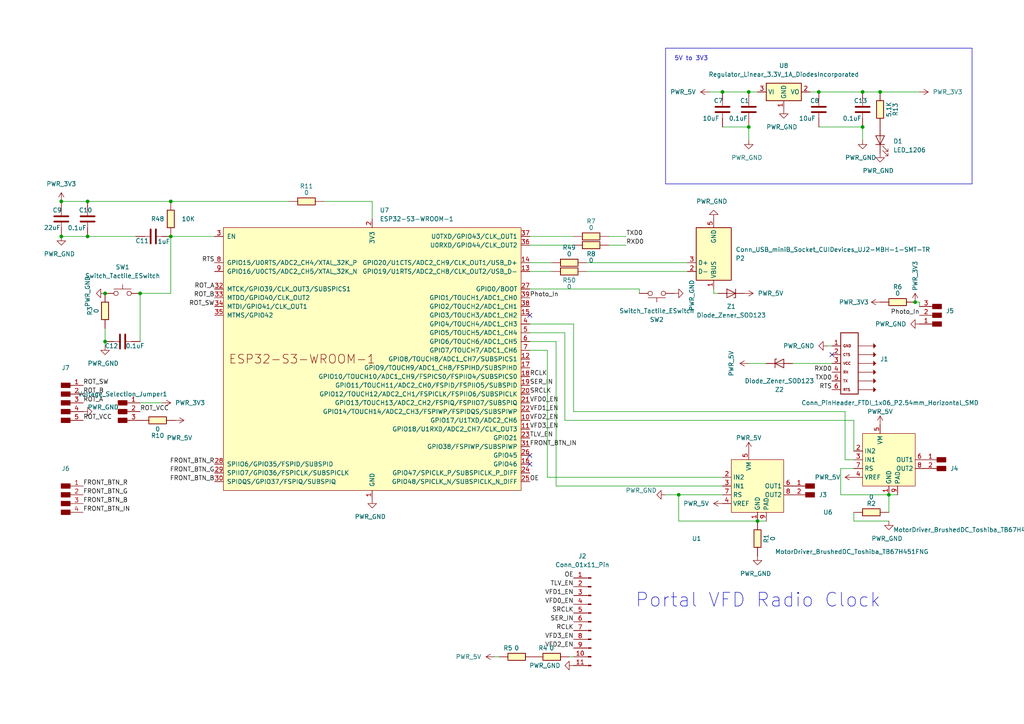
<source format=kicad_sch>
(kicad_sch (version 20230121) (generator eeschema)
  (paper "A4")
  (lib_symbols
    (symbol "Connector:Conn_01x11_Pin" (pin_names (offset 1.016) hide)
      (property "Reference" "J" (at 0 15.24 0))
      (property "Value" "Conn_01x11_Pin" (at 0 -15.24 0))
      (symbol "Conn_01x11_Pin_1_1"
        (polyline (pts (xy 1.27 -12.7) (xy 0.8636 -12.7)) (stroke (width 0.1524)))
        (polyline (pts (xy 1.27 -10.16) (xy 0.8636 -10.16)) (stroke (width 0.1524)))
        (polyline (pts (xy 1.27 -7.62) (xy 0.8636 -7.62)) (stroke (width 0.1524)))
        (polyline (pts (xy 1.27 -5.08) (xy 0.8636 -5.08)) (stroke (width 0.1524)))
        (polyline (pts (xy 1.27 -2.54) (xy 0.8636 -2.54)) (stroke (width 0.1524)))
        (polyline (pts (xy 1.27 0) (xy 0.8636 0)) (stroke (width 0.1524)))
        (polyline (pts (xy 1.27 2.54) (xy 0.8636 2.54)) (stroke (width 0.1524)))
        (polyline (pts (xy 1.27 5.08) (xy 0.8636 5.08)) (stroke (width 0.1524)))
        (polyline (pts (xy 1.27 7.62) (xy 0.8636 7.62)) (stroke (width 0.1524)))
        (polyline (pts (xy 1.27 10.16) (xy 0.8636 10.16)) (stroke (width 0.1524)))
        (polyline (pts (xy 1.27 12.7) (xy 0.8636 12.7)) (stroke (width 0.1524)))
        (rectangle (start 0.8636 -12.573) (end 0 -12.827) (stroke (width 0.1524)) (fill (type outline)))
        (rectangle (start 0.8636 -10.033) (end 0 -10.287) (stroke (width 0.1524)) (fill (type outline)))
        (rectangle (start 0.8636 -7.493) (end 0 -7.747) (stroke (width 0.1524)) (fill (type outline)))
        (rectangle (start 0.8636 -4.953) (end 0 -5.207) (stroke (width 0.1524)) (fill (type outline)))
        (rectangle (start 0.8636 -2.413) (end 0 -2.667) (stroke (width 0.1524)) (fill (type outline)))
        (rectangle (start 0.8636 0.127) (end 0 -0.127) (stroke (width 0.1524)) (fill (type outline)))
        (rectangle (start 0.8636 2.667) (end 0 2.413) (stroke (width 0.1524)) (fill (type outline)))
        (rectangle (start 0.8636 5.207) (end 0 4.953) (stroke (width 0.1524)) (fill (type outline)))
        (rectangle (start 0.8636 7.747) (end 0 7.493) (stroke (width 0.1524)) (fill (type outline)))
        (rectangle (start 0.8636 10.287) (end 0 10.033) (stroke (width 0.1524)) (fill (type outline)))
        (rectangle (start 0.8636 12.827) (end 0 12.573) (stroke (width 0.1524)) (fill (type outline)))
        (pin passive line (at 5.08 12.7 180) (length 3.81) (name "Pin_1") (number "1"))
        (pin passive line (at 5.08 -10.16 180) (length 3.81) (name "Pin_10") (number "10"))
        (pin passive line (at 5.08 -12.7 180) (length 3.81) (name "Pin_11") (number "11"))
        (pin passive line (at 5.08 10.16 180) (length 3.81) (name "Pin_2") (number "2"))
        (pin passive line (at 5.08 7.62 180) (length 3.81) (name "Pin_3") (number "3"))
        (pin passive line (at 5.08 5.08 180) (length 3.81) (name "Pin_4") (number "4"))
        (pin passive line (at 5.08 2.54 180) (length 3.81) (name "Pin_5") (number "5"))
        (pin passive line (at 5.08 0 180) (length 3.81) (name "Pin_6") (number "6"))
        (pin passive line (at 5.08 -2.54 180) (length 3.81) (name "Pin_7") (number "7"))
        (pin passive line (at 5.08 -5.08 180) (length 3.81) (name "Pin_8") (number "8"))
        (pin passive line (at 5.08 -7.62 180) (length 3.81) (name "Pin_9") (number "9"))
      )
    )
    (symbol "Espressif:ESP32-S3-WROOM-1" (pin_names (offset 1.016))
      (property "Reference" "U" (at -43.18 43.18 0))
      (property "Value" "ESP32-S3-WROOM-1" (at -43.18 40.64 0))
      (symbol "ESP32-S3-WROOM-1_0_0"
        (text "ESP32-S3-WROOM-1" (at -20.32 0 0) (effects (font (size 2.54 2.54))))
        (pin power_in line (at 0 -40.64 90) (length 2.54) (name "GND") (number "1"))
        (pin bidirectional line (at 45.72 -17.78 180) (length 2.54) (name "GPIO17/U1TXD/ADC2_CH6") (number "10"))
        (pin bidirectional line (at 45.72 -20.32 180) (length 2.54) (name "GPIO18/U1RXD/ADC2_CH7/CLK_OUT3") (number "11"))
        (pin bidirectional line (at 45.72 0 180) (length 2.54) (name "GPIO8/TOUCH8/ADC1_CH7/SUBSPICS1") (number "12"))
        (pin bidirectional line (at 45.72 25.4 180) (length 2.54) (name "GPIO19/U1RTS/ADC2_CH8/CLK_OUT2/USB_D-") (number "13"))
        (pin bidirectional line (at 45.72 27.94 180) (length 2.54) (name "GPIO20/U1CTS/ADC2_CH9/CLK_OUT1/USB_D+") (number "14"))
        (pin bidirectional line (at 45.72 12.7 180) (length 2.54) (name "GPIO3/TOUCH3/ADC1_CH2") (number "15"))
        (pin bidirectional line (at 45.72 -30.48 180) (length 2.54) (name "GPIO46") (number "16"))
        (pin bidirectional line (at 45.72 -2.54 180) (length 2.54) (name "GPIO9/TOUCH9/ADC1_CH8/FSPIHD/SUBSPIHD") (number "17"))
        (pin bidirectional line (at 45.72 -5.08 180) (length 2.54) (name "GPIO10/TOUCH10/ADC1_CH9/FSPICS0/FSPIIO4/SUBSPICS0") (number "18"))
        (pin bidirectional line (at 45.72 -7.62 180) (length 2.54) (name "GPIO11/TOUCH11/ADC2_CH0/FSPID/FSPIIO5/SUBSPID") (number "19"))
        (pin power_in line (at 0 40.64 270) (length 2.54) (name "3V3") (number "2"))
        (pin bidirectional line (at 45.72 -10.16 180) (length 2.54) (name "GPIO12/TOUCH12/ADC2_CH1/FSPICLK/FSPIIO6/SUBSPICLK") (number "20"))
        (pin bidirectional line (at 45.72 -12.7 180) (length 2.54) (name "GPIO13/TOUCH13/ADC2_CH2/FSPIQ/FSPIIO7/SUBSPIQ") (number "21"))
        (pin bidirectional line (at 45.72 -15.24 180) (length 2.54) (name "GPIO14/TOUCH14/ADC2_CH3/FSPIWP/FSPIDQS/SUBSPIWP") (number "22"))
        (pin bidirectional line (at 45.72 -22.86 180) (length 2.54) (name "GPIO21") (number "23"))
        (pin bidirectional line (at 45.72 -33.02 180) (length 2.54) (name "GPIO47/SPICLK_P/SUBSPICLK_P_DIFF") (number "24"))
        (pin bidirectional line (at 45.72 -35.56 180) (length 2.54) (name "GPIO48/SPICLK_N/SUBSPICLK_N_DIFF") (number "25"))
        (pin bidirectional line (at 45.72 -27.94 180) (length 2.54) (name "GPIO45") (number "26"))
        (pin bidirectional line (at 45.72 20.32 180) (length 2.54) (name "GPIO0/BOOT") (number "27"))
        (pin bidirectional line (at -45.72 -30.48 0) (length 2.54) (name "SPIIO6/GPIO35/FSPID/SUBSPID") (number "28"))
        (pin bidirectional line (at -45.72 -33.02 0) (length 2.54) (name "SPIIO7/GPIO36/FSPICLK/SUBSPICLK") (number "29"))
        (pin input line (at -45.72 35.56 0) (length 2.54) (name "EN") (number "3"))
        (pin bidirectional line (at -45.72 -35.56 0) (length 2.54) (name "SPIDQS/GPIO37/FSPIQ/SUBSPIQ") (number "30"))
        (pin bidirectional line (at 45.72 -25.4 180) (length 2.54) (name "GPIO38/FSPIWP/SUBSPIWP") (number "31"))
        (pin bidirectional line (at -45.72 20.32 0) (length 2.54) (name "MTCK/GPIO39/CLK_OUT3/SUBSPICS1") (number "32"))
        (pin bidirectional line (at -45.72 17.78 0) (length 2.54) (name "MTDO/GPIO40/CLK_OUT2") (number "33"))
        (pin bidirectional line (at -45.72 15.24 0) (length 2.54) (name "MTDI/GPIO41/CLK_OUT1") (number "34"))
        (pin bidirectional line (at -45.72 12.7 0) (length 2.54) (name "MTMS/GPIO42") (number "35"))
        (pin bidirectional line (at 45.72 33.02 180) (length 2.54) (name "U0RXD/GPIO44/CLK_OUT2") (number "36"))
        (pin bidirectional line (at 45.72 35.56 180) (length 2.54) (name "U0TXD/GPIO43/CLK_OUT1") (number "37"))
        (pin bidirectional line (at 45.72 15.24 180) (length 2.54) (name "GPIO2/TOUCH2/ADC1_CH1") (number "38"))
        (pin bidirectional line (at 45.72 17.78 180) (length 2.54) (name "GPIO1/TOUCH1/ADC1_CH0") (number "39"))
        (pin bidirectional line (at 45.72 10.16 180) (length 2.54) (name "GPIO4/TOUCH4/ADC1_CH3") (number "4"))
        (pin passive line (at 0 -40.64 90) (length 2.54) hide (name "GND") (number "40"))
        (pin passive line (at 0 -40.64 90) (length 2.54) hide (name "GND") (number "41"))
        (pin bidirectional line (at 45.72 7.62 180) (length 2.54) (name "GPIO5/TOUCH5/ADC1_CH4") (number "5"))
        (pin bidirectional line (at 45.72 5.08 180) (length 2.54) (name "GPIO6/TOUCH6/ADC1_CH5") (number "6"))
        (pin bidirectional line (at 45.72 2.54 180) (length 2.54) (name "GPIO7/TOUCH7/ADC1_CH6") (number "7"))
        (pin bidirectional line (at -45.72 27.94 0) (length 2.54) (name "GPIO15/U0RTS/ADC2_CH4/XTAL_32K_P") (number "8"))
        (pin bidirectional line (at -45.72 25.4 0) (length 2.54) (name "GPIO16/U0CTS/ADC2_CH5/XTAL_32K_N") (number "9"))
      )
      (symbol "ESP32-S3-WROOM-1_0_1"
        (rectangle (start -43.18 38.1) (end 43.18 -38.1) (fill (type background)))
      )
    )
    (symbol "Fab:C_1206" (pin_numbers hide)
      (property "Reference" "C" (at 0.635 2.54 0))
      (property "Value" "C_1206" (at 0.635 -2.54 0))
      (symbol "C_1206_0_1"
        (polyline (pts (xy -2.032 -0.762) (xy 2.032 -0.762)) (stroke (width 0.508)))
        (polyline (pts (xy -2.032 0.762) (xy 2.032 0.762)) (stroke (width 0.508)))
        (polyline (pts (xy 0 -0.635) (xy 0 -2.54)))
        (polyline (pts (xy 0 0.635) (xy 0 2.54)))
      )
      (symbol "C_1206_1_1"
        (pin passive line (at 0 5.08 270) (length 2.54) (name "~") (number "1"))
        (pin passive line (at 0 -5.08 90) (length 2.54) (name "~") (number "2"))
      )
    )
    (symbol "Fab:Conn_PinHeader_1x02_P2.54mm_Vertical_THT_D1mm" (pin_names hide)
      (property "Reference" "J" (at 0 2.54 0))
      (property "Value" "Conn_PinHeader_1x02_P2.54mm_Vertical_THT_D1mm" (at 0 -5.08 0))
      (symbol "Conn_PinHeader_1x02_P2.54mm_Vertical_THT_D1mm_1_1"
        (rectangle (start -1.27 -1.905) (end 1.27 -3.175) (stroke (width 0.254)) (fill (type outline)))
        (rectangle (start -1.27 0.635) (end 1.27 -0.635) (stroke (width 0.254)) (fill (type outline)))
        (pin passive line (at 5.08 0 180) (length 3.81) (name "Pin_1") (number "1"))
        (pin passive line (at 5.08 -2.54 180) (length 3.81) (name "Pin_2") (number "2"))
      )
    )
    (symbol "Fab:Conn_PinHeader_1x03_P2.54mm_Vertical_THT_D1mm" (pin_names hide)
      (property "Reference" "J" (at 0 5.08 0))
      (property "Value" "Conn_PinHeader_1x03_P2.54mm_Vertical_THT_D1mm" (at 0 -5.08 0))
      (symbol "Conn_PinHeader_1x03_P2.54mm_Vertical_THT_D1mm_1_1"
        (rectangle (start -1.27 -1.905) (end 1.27 -3.175) (stroke (width 0.254)) (fill (type outline)))
        (rectangle (start -1.27 0.635) (end 1.27 -0.635) (stroke (width 0.254)) (fill (type outline)))
        (rectangle (start -1.27 3.175) (end 1.27 1.905) (stroke (width 0.254)) (fill (type outline)))
        (pin passive line (at 5.08 2.54 180) (length 3.81) (name "Pin_1") (number "1"))
        (pin passive line (at 5.08 0 180) (length 3.81) (name "Pin_2") (number "2"))
        (pin passive line (at 5.08 -2.54 180) (length 3.81) (name "Pin_3") (number "3"))
      )
    )
    (symbol "Fab:Conn_PinHeader_FTDI_1x06_P2.54mm_Horizontal_SMD"
      (property "Reference" "J" (at 0 10.16 0))
      (property "Value" "Conn_PinHeader_FTDI_1x06_P2.54mm_Horizontal_SMD" (at 0 -10.16 0))
      (symbol "Conn_PinHeader_FTDI_1x06_P2.54mm_Horizontal_SMD_0_0"
        (polyline (pts (xy 2.54 -7.62) (xy 7.62 -7.62)))
        (polyline (pts (xy 2.54 -5.08) (xy 7.62 -5.08)))
        (polyline (pts (xy 2.54 -2.54) (xy 7.62 -2.54)))
        (polyline (pts (xy 2.54 0) (xy 7.62 0)))
        (polyline (pts (xy 2.54 2.54) (xy 7.62 2.54)))
        (polyline (pts (xy 2.54 5.08) (xy 7.62 5.08)))
        (polyline (pts (xy 6.985 -6.985) (xy 7.62 -7.62) (xy 6.985 -8.255) (xy 6.985 -6.985)) (fill (type outline)))
        (polyline (pts (xy 6.985 -4.445) (xy 7.62 -5.08) (xy 6.985 -5.715) (xy 6.985 -4.445)) (fill (type outline)))
        (polyline (pts (xy 6.985 -1.905) (xy 7.62 -2.54) (xy 6.985 -3.175) (xy 6.985 -1.905)) (fill (type outline)))
        (polyline (pts (xy 6.985 0.635) (xy 7.62 0) (xy 6.985 -0.635) (xy 6.985 0.635)) (fill (type outline)))
        (polyline (pts (xy 6.985 3.175) (xy 7.62 2.54) (xy 6.985 1.905) (xy 6.985 3.175)) (fill (type outline)))
        (polyline (pts (xy 6.985 5.715) (xy 7.62 5.08) (xy 6.985 4.445) (xy 6.985 5.715)) (fill (type outline)))
        (text "CTS" (at -1.905 2.54 0) (effects (font (size 0.75 0.75)) (justify left)))
        (text "GND" (at -1.905 5.08 0) (effects (font (size 0.75 0.75)) (justify left)))
        (text "RTS" (at -1.905 -7.62 0) (effects (font (size 0.75 0.75)) (justify left)))
        (text "RX" (at -1.905 -2.54 0) (effects (font (size 0.75 0.75)) (justify left)))
        (text "TX" (at -1.905 -5.08 0) (effects (font (size 0.75 0.75)) (justify left)))
        (text "VCC" (at -1.905 0 0) (effects (font (size 0.75 0.75)) (justify left)))
      )
      (symbol "Conn_PinHeader_FTDI_1x06_P2.54mm_Horizontal_SMD_1_0"
        (rectangle (start -2.54 8.89) (end 2.54 -8.89) (stroke (width 0.254)))
      )
      (symbol "Conn_PinHeader_FTDI_1x06_P2.54mm_Horizontal_SMD_1_1"
        (pin passive line (at -5.08 5.08 0) (length 2.54) (name "") (number "1"))
        (pin passive line (at -5.08 2.54 0) (length 2.54) (name "") (number "2"))
        (pin passive line (at -5.08 0 0) (length 2.54) (name "") (number "3"))
        (pin passive line (at -5.08 -2.54 0) (length 2.54) (name "") (number "4"))
        (pin passive line (at -5.08 -5.08 0) (length 2.54) (name "") (number "5"))
        (pin passive line (at -5.08 -7.62 0) (length 2.54) (name "") (number "6"))
      )
    )
    (symbol "Fab:Conn_USB_miniB_Socket_CUIDevices_UJ2-MBH-1-SMT-TR"
      (property "Reference" "P" (at -5.08 8.89 0))
      (property "Value" "Conn_USB_miniB_Socket_CUIDevices_UJ2-MBH-1-SMT-TR" (at 1.27 8.89 0))
      (symbol "Conn_USB_miniB_Socket_CUIDevices_UJ2-MBH-1-SMT-TR_0_1"
        (rectangle (start -5.08 7.62) (end 5.08 -7.62) (stroke (width 0.254)) (fill (type background)))
      )
      (symbol "Conn_USB_miniB_Socket_CUIDevices_UJ2-MBH-1-SMT-TR_1_1"
        (pin power_in line (at 0 10.16 270) (length 2.54) (name "VBUS") (number "1"))
        (pin bidirectional line (at -7.62 5.08 0) (length 2.54) (name "D-") (number "2"))
        (pin bidirectional line (at -7.62 2.54 0) (length 2.54) (name "D+") (number "3"))
        (pin no_connect line (at -7.62 -5.08 0) (length 2.54) hide (name "NC") (number "4"))
        (pin power_in line (at 0 -10.16 90) (length 2.54) (name "GND") (number "5"))
      )
    )
    (symbol "Fab:Diode_Zener_SOD123" (pin_numbers hide) (pin_names hide)
      (property "Reference" "Z" (at 0 2.54 0))
      (property "Value" "Diode_Zener_SOD123" (at 0 -2.54 0))
      (symbol "Diode_Zener_SOD123_0_1"
        (polyline (pts (xy 1.27 0) (xy -1.27 0)))
        (polyline (pts (xy -1.27 -1.27) (xy -1.27 1.27) (xy -0.762 1.27)) (stroke (width 0.2032)))
        (polyline (pts (xy 1.27 -1.27) (xy 1.27 1.27) (xy -1.27 0) (xy 1.27 -1.27)) (stroke (width 0.2032)))
      )
      (symbol "Diode_Zener_SOD123_1_1"
        (pin passive line (at -3.81 0 0) (length 2.54) (name "K") (number "1"))
        (pin passive line (at 3.81 0 180) (length 2.54) (name "A") (number "2"))
      )
    )
    (symbol "Fab:LED_1206" (pin_numbers hide) (pin_names (offset 1.016) hide)
      (property "Reference" "D" (at 0 2.54 0))
      (property "Value" "LED_1206" (at 0 -2.54 0))
      (symbol "LED_1206_0_1"
        (polyline (pts (xy -1.27 -1.27) (xy -1.27 1.27)) (stroke (width 0.2032)))
        (polyline (pts (xy -1.27 0) (xy 1.27 0)))
        (polyline (pts (xy 1.27 -1.27) (xy 1.27 1.27) (xy -1.27 0) (xy 1.27 -1.27)) (stroke (width 0.2032)))
        (polyline (pts (xy -3.048 -0.762) (xy -4.572 -2.286) (xy -3.81 -2.286) (xy -4.572 -2.286) (xy -4.572 -1.524)))
        (polyline (pts (xy -1.778 -0.762) (xy -3.302 -2.286) (xy -2.54 -2.286) (xy -3.302 -2.286) (xy -3.302 -1.524)))
      )
      (symbol "LED_1206_1_1"
        (pin passive line (at -3.81 0 0) (length 2.54) (name "K") (number "1"))
        (pin passive line (at 3.81 0 180) (length 2.54) (name "A") (number "2"))
      )
    )
    (symbol "Fab:MotorDriver_BrushedDC_Toshiba_TB67H451FNG"
      (property "Reference" "U" (at -7.62 8.89 0))
      (property "Value" "MotorDriver_BrushedDC_Toshiba_TB67H451FNG" (at 1.27 8.89 0))
      (symbol "MotorDriver_BrushedDC_Toshiba_TB67H451FNG_1_1"
        (rectangle (start -7.62 7.62) (end 7.62 -7.62) (fill (type background)))
        (pin power_in line (at 0 -10.16 90) (length 2.54) (name "GND") (number "1"))
        (pin input line (at -10.16 2.54 0) (length 2.54) (name "IN2") (number "2"))
        (pin input line (at -10.16 0 0) (length 2.54) (name "IN1") (number "3"))
        (pin input line (at -10.16 -5.08 0) (length 2.54) (name "VREF") (number "4"))
        (pin power_in line (at -2.54 10.16 270) (length 2.54) (name "VM") (number "5"))
        (pin output line (at 10.16 0 180) (length 2.54) (name "OUT1") (number "6"))
        (pin input line (at -10.16 -2.54 0) (length 2.54) (name "RS") (number "7"))
        (pin output line (at 10.16 -2.54 180) (length 2.54) (name "OUT2") (number "8"))
        (pin power_in line (at 2.54 -10.16 90) (length 2.54) (name "PAD") (number "9"))
      )
    )
    (symbol "Fab:PWR_3V3" (power) (pin_names (offset 0))
      (property "Value" "PWR_3V3" (at 0 3.556 0))
      (symbol "PWR_3V3_0_1"
        (polyline (pts (xy -0.762 1.27) (xy 0 2.54)))
        (polyline (pts (xy 0 0) (xy 0 2.54)))
        (polyline (pts (xy 0 2.54) (xy 0.762 1.27)))
      )
      (symbol "PWR_3V3_1_1"
        (pin power_in line (at 0 0 90) (length 0) hide (name "PWR_3V3") (number "1"))
      )
    )
    (symbol "Fab:PWR_5V" (power) (pin_names (offset 0))
      (property "Value" "PWR_5V" (at 0 3.556 0))
      (symbol "PWR_5V_0_1"
        (polyline (pts (xy -0.762 1.27) (xy 0 2.54)))
        (polyline (pts (xy 0 0) (xy 0 2.54)))
        (polyline (pts (xy 0 2.54) (xy 0.762 1.27)))
      )
      (symbol "PWR_5V_1_1"
        (pin power_in line (at 0 0 90) (length 0) hide (name "PWR_5V") (number "1"))
      )
    )
    (symbol "Fab:PWR_GND" (power) (pin_names (offset 0))
      (property "Value" "PWR_GND" (at 0 -3.81 0))
      (symbol "PWR_GND_0_1"
        (polyline (pts (xy 0 0) (xy 0 -1.27) (xy 1.27 -1.27) (xy 0 -2.54) (xy -1.27 -1.27) (xy 0 -1.27)))
      )
      (symbol "PWR_GND_1_1"
        (pin power_in line (at 0 0 270) (length 0) hide (name "PWR_GND") (number "1"))
      )
    )
    (symbol "Fab:R_1206" (pin_numbers hide) (pin_names (offset 0))
      (property "Reference" "R" (at 2.54 0 90))
      (property "Value" "R_1206" (at -2.54 0 90))
      (symbol "R_1206_0_1"
        (rectangle (start -1.016 -2.54) (end 1.016 2.54) (stroke (width 0.254)) (fill (type background)))
      )
      (symbol "R_1206_1_1"
        (pin passive line (at 0 5.08 270) (length 2.54) (name "~") (number "1"))
        (pin passive line (at 0 -5.08 90) (length 2.54) (name "~") (number "2"))
      )
    )
    (symbol "Fab:Regulator_Linear_3.3V_1A_DiodesIncorporated"
      (property "Reference" "U" (at -5.08 6.35 0))
      (property "Value" "Regulator_Linear_3.3V_1A_DiodesIncorporated" (at -5.08 3.81 0))
      (symbol "Regulator_Linear_3.3V_1A_DiodesIncorporated_0_1"
        (rectangle (start -5.08 2.54) (end 5.08 -2.54) (stroke (width 0.254)) (fill (type background)))
      )
      (symbol "Regulator_Linear_3.3V_1A_DiodesIncorporated_1_1"
        (pin power_in line (at 0 -5.08 90) (length 2.54) (name "GND") (number "1"))
        (pin power_out line (at 7.62 0 180) (length 2.54) (name "VO") (number "2"))
        (pin power_in line (at -7.62 0 0) (length 2.54) (name "VI") (number "3"))
      )
    )
    (symbol "Fab:Switch_Tactile_ESwitch" (pin_numbers hide) (pin_names hide)
      (property "Reference" "SW" (at 1.905 3.175 0))
      (property "Value" "Switch_Tactile_ESwitch" (at 0 0 0))
      (symbol "Switch_Tactile_ESwitch_0_1"
        (circle (center -1.905 0) (radius 0.635))
        (polyline (pts (xy -2.54 1.27) (xy 2.54 1.27)))
        (polyline (pts (xy 0 1.27) (xy 0 2.54)))
        (circle (center 1.905 0) (radius 0.635))
      )
      (symbol "Switch_Tactile_ESwitch_1_1"
        (pin input line (at -5.08 0 0) (length 2.54) (name "") (number "1"))
        (pin input line (at -5.08 0 0) (length 2.54) hide (name "") (number "2"))
        (pin input line (at 5.08 0 180) (length 2.54) (name "") (number "3"))
        (pin input line (at 5.08 0 180) (length 2.54) hide (name "") (number "4"))
      )
    )
    (symbol "fab:Conn_PinHeader_1x04_P2.54mm_Vertical_THT_D1mm" (pin_names hide)
      (property "Reference" "J" (at 0 5.08 0))
      (property "Value" "Conn_PinHeader_1x04_P2.54mm_Vertical_THT_D1mm" (at 0 -7.62 0))
      (symbol "Conn_PinHeader_1x04_P2.54mm_Vertical_THT_D1mm_1_1"
        (rectangle (start -1.27 -4.445) (end 1.27 -5.715) (stroke (width 0.254)) (fill (type outline)))
        (rectangle (start -1.27 -1.905) (end 1.27 -3.175) (stroke (width 0.254)) (fill (type outline)))
        (rectangle (start -1.27 0.635) (end 1.27 -0.635) (stroke (width 0.254)) (fill (type outline)))
        (rectangle (start -1.27 3.175) (end 1.27 1.905) (stroke (width 0.254)) (fill (type outline)))
        (pin passive line (at 5.08 2.54 180) (length 3.81) (name "Pin_1") (number "1"))
        (pin passive line (at 5.08 0 180) (length 3.81) (name "Pin_2") (number "2"))
        (pin passive line (at 5.08 -2.54 180) (length 3.81) (name "Pin_3") (number "3"))
        (pin passive line (at 5.08 -5.08 180) (length 3.81) (name "Pin_4") (number "4"))
      )
    )
    (symbol "fab:Conn_PinHeader_1x05_P2.54mm_Vertical_THT_D1mm" (pin_names hide)
      (property "Reference" "J" (at 0 7.62 0))
      (property "Value" "Conn_PinHeader_1x05_P2.54mm_Vertical_THT_D1mm" (at 0 -7.62 0))
      (symbol "Conn_PinHeader_1x05_P2.54mm_Vertical_THT_D1mm_1_1"
        (rectangle (start -1.27 -4.445) (end 1.27 -5.715) (stroke (width 0.254)) (fill (type outline)))
        (rectangle (start -1.27 -1.905) (end 1.27 -3.175) (stroke (width 0.254)) (fill (type outline)))
        (rectangle (start -1.27 0.635) (end 1.27 -0.635) (stroke (width 0.254)) (fill (type outline)))
        (rectangle (start -1.27 3.175) (end 1.27 1.905) (stroke (width 0.254)) (fill (type outline)))
        (rectangle (start -1.27 5.715) (end 1.27 4.445) (stroke (width 0.254)) (fill (type outline)))
        (pin passive line (at 5.08 5.08 180) (length 3.81) (name "Pin_1") (number "1"))
        (pin passive line (at 5.08 2.54 180) (length 3.81) (name "Pin_2") (number "2"))
        (pin passive line (at 5.08 0 180) (length 3.81) (name "Pin_3") (number "3"))
        (pin passive line (at 5.08 -2.54 180) (length 3.81) (name "Pin_4") (number "4"))
        (pin passive line (at 5.08 -5.08 180) (length 3.81) (name "Pin_5") (number "5"))
      )
    )
  )
  (junction (at 196.85 143.51))
  (junction (at 25.4 58.42))
  (junction (at 40.64 85.09))
  (junction (at 30.48 85.09))
  (junction (at 49.53 58.42))
  (junction (at 17.78 58.42))
  (junction (at 250.19 26.67))
  (junction (at 265.43 87.63))
  (junction (at 49.53 68.58))
  (junction (at 217.17 36.83))
  (junction (at 255.27 26.67))
  (junction (at 250.19 36.83))
  (junction (at 30.48 99.06))
  (junction (at 219.71 151.13))
  (junction (at 217.17 26.67))
  (junction (at 17.78 68.58))
  (junction (at 257.81 143.51))
  (junction (at 25.4 68.58))
  (junction (at 237.49 26.67))
  (junction (at 209.55 26.67))
  (no_connect (at 153.67 132.08))
  (no_connect (at 153.67 134.62))
  (no_connect (at 153.67 91.44))
  (no_connect (at 241.3 102.87))
  (wire (pts (xy 170.18 78.74) (xy 199.39 78.74)))
  (wire (pts (xy 219.71 151.13) (xy 222.25 151.13)))
  (wire (pts (xy 153.67 83.82) (xy 185.42 83.82)))
  (wire (pts (xy 163.83 96.52) (xy 163.83 121.92)))
  (wire (pts (xy 250.19 40.64) (xy 250.19 36.83)))
  (wire (pts (xy 25.4 68.58) (xy 39.37 68.58)))
  (wire (pts (xy 30.48 95.25) (xy 30.48 99.06)))
  (wire (pts (xy 166.37 68.58) (xy 153.67 68.58)))
  (wire (pts (xy 257.81 148.59) (xy 257.81 143.51)))
  (wire (pts (xy 107.95 58.42) (xy 107.95 63.5)))
  (wire (pts (xy 265.43 87.63) (xy 266.7 87.63)))
  (wire (pts (xy 229.87 105.41) (xy 241.3 105.41)))
  (wire (pts (xy 49.53 85.09) (xy 49.53 68.58)))
  (wire (pts (xy 25.4 58.42) (xy 49.53 58.42)))
  (wire (pts (xy 217.17 26.67) (xy 219.71 26.67)))
  (wire (pts (xy 205.74 26.67) (xy 209.55 26.67)))
  (wire (pts (xy 247.65 135.89) (xy 243.84 135.89)))
  (wire (pts (xy 245.11 119.38) (xy 245.11 133.35)))
  (wire (pts (xy 161.29 140.97) (xy 209.55 140.97)))
  (wire (pts (xy 207.01 85.09) (xy 208.28 85.09)))
  (wire (pts (xy 240.03 100.33) (xy 241.3 100.33)))
  (wire (pts (xy 209.55 36.83) (xy 217.17 36.83)))
  (wire (pts (xy 153.67 101.6) (xy 158.75 101.6)))
  (wire (pts (xy 93.98 58.42) (xy 107.95 58.42)))
  (wire (pts (xy 181.61 71.12) (xy 176.53 71.12)))
  (wire (pts (xy 166.37 119.38) (xy 245.11 119.38)))
  (wire (pts (xy 158.75 101.6) (xy 158.75 138.43)))
  (wire (pts (xy 181.61 68.58) (xy 176.53 68.58)))
  (wire (pts (xy 217.17 105.41) (xy 222.25 105.41)))
  (wire (pts (xy 193.04 143.51) (xy 196.85 143.51)))
  (wire (pts (xy 247.65 148.59) (xy 247.65 151.13)))
  (wire (pts (xy 243.84 135.89) (xy 243.84 143.51)))
  (wire (pts (xy 165.1 190.5) (xy 166.37 190.5)))
  (wire (pts (xy 40.64 85.09) (xy 49.53 85.09)))
  (wire (pts (xy 166.37 71.12) (xy 153.67 71.12)))
  (wire (pts (xy 170.18 76.2) (xy 199.39 76.2)))
  (wire (pts (xy 17.78 58.42) (xy 25.4 58.42)))
  (wire (pts (xy 166.37 93.98) (xy 153.67 93.98)))
  (wire (pts (xy 196.85 151.13) (xy 219.71 151.13)))
  (wire (pts (xy 143.51 190.5) (xy 144.78 190.5)))
  (wire (pts (xy 247.65 121.92) (xy 247.65 130.81)))
  (wire (pts (xy 166.37 93.98) (xy 166.37 119.38)))
  (wire (pts (xy 161.29 99.06) (xy 161.29 140.97)))
  (wire (pts (xy 153.67 99.06) (xy 161.29 99.06)))
  (wire (pts (xy 209.55 26.67) (xy 217.17 26.67)))
  (wire (pts (xy 245.11 133.35) (xy 247.65 133.35)))
  (wire (pts (xy 257.81 143.51) (xy 260.35 143.51)))
  (wire (pts (xy 153.67 78.74) (xy 160.02 78.74)))
  (wire (pts (xy 250.19 26.67) (xy 255.27 26.67)))
  (wire (pts (xy 185.42 83.82) (xy 185.42 85.09)))
  (wire (pts (xy 207.01 83.82) (xy 207.01 85.09)))
  (wire (pts (xy 266.7 87.63) (xy 266.7 88.9)))
  (wire (pts (xy 46.99 116.84) (xy 40.64 116.84)))
  (wire (pts (xy 40.64 85.09) (xy 40.64 99.06)))
  (wire (pts (xy 217.17 40.64) (xy 217.17 36.83)))
  (wire (pts (xy 196.85 143.51) (xy 209.55 143.51)))
  (wire (pts (xy 196.85 143.51) (xy 196.85 151.13)))
  (wire (pts (xy 153.67 76.2) (xy 160.02 76.2)))
  (wire (pts (xy 17.78 68.58) (xy 25.4 68.58)))
  (wire (pts (xy 237.49 26.67) (xy 234.95 26.67)))
  (wire (pts (xy 163.83 96.52) (xy 153.67 96.52)))
  (wire (pts (xy 209.55 138.43) (xy 158.75 138.43)))
  (wire (pts (xy 49.53 58.42) (xy 83.82 58.42)))
  (wire (pts (xy 255.27 26.67) (xy 266.7 26.67)))
  (wire (pts (xy 49.53 68.58) (xy 62.23 68.58)))
  (wire (pts (xy 237.49 26.67) (xy 250.19 26.67)))
  (wire (pts (xy 163.83 121.92) (xy 247.65 121.92)))
  (wire (pts (xy 243.84 143.51) (xy 257.81 143.51)))
  (wire (pts (xy 237.49 36.83) (xy 250.19 36.83)))
  (wire (pts (xy 247.65 151.13) (xy 257.81 151.13)))
  (wire (pts (xy 30.48 100.33) (xy 30.48 99.06)))
  (rectangle (start 193.04 13.97) (end 281.94 53.34))
  (text "5V to 3V3\n" (at 195.58 17.78 0) (effects (font (size 1.27 1.27)) (justify left bottom)))
  (text "Portal VFD Radio Clock" (at 184.15 176.53 0) (effects (font (size 4 4)) (justify left bottom)))
  (label "FRONT_BTN_B" (at 24.13 146.05 0))
  (label "TXD0" (at 241.3 110.49 180))
  (label "RXD0" (at 181.61 71.12 0))
  (label "ROT_B" (at 24.13 114.3 0))
  (label "VFD1_EN" (at 166.37 172.72 180))
  (label "VFD0_EN" (at 166.37 175.26 180))
  (label "ROT_VCC" (at 40.64 119.38 0))
  (label "TXD0" (at 181.61 68.58 0))
  (label "FRONT_BTN_R" (at 62.23 134.62 180))
  (label "RXD0" (at 241.3 107.95 180))
  (label "VFD0_EN" (at 153.67 116.84 0))
  (label "SRCLK" (at 166.37 177.8 180))
  (label "ROT_SW" (at 24.13 111.76 0))
  (label "ROT_SW" (at 62.23 88.9 180))
  (label "ROT_A" (at 24.13 116.84 0))
  (label "OE" (at 166.37 167.64 180))
  (label "RTS" (at 241.3 113.03 180))
  (label "SER_IN" (at 166.37 180.34 180))
  (label "FRONT_BTN_G" (at 24.13 143.51 0))
  (label "ROT_A" (at 62.23 83.82 180))
  (label "SRCLK" (at 153.67 114.3 0))
  (label "Photo_In" (at 266.7 91.44 180))
  (label "VFD3_EN" (at 153.67 124.46 0))
  (label "VFD1_EN" (at 153.67 119.38 0))
  (label "TLV_EN" (at 153.67 127 0))
  (label "VFD3_EN" (at 166.37 185.42 180))
  (label "ROT_VCC" (at 24.13 121.92 0))
  (label "RCLK" (at 166.37 182.88 180))
  (label "OE" (at 153.67 139.7 0))
  (label "FRONT_BTN_IN" (at 24.13 148.59 0))
  (label "RCLK" (at 153.67 109.22 0))
  (label "FRONT_BTN_R" (at 24.13 140.97 0))
  (label "FRONT_BTN_G" (at 62.23 137.16 180))
  (label "VFD2_EN" (at 153.67 121.92 0))
  (label "RTS" (at 62.23 76.2 180))
  (label "Photo_In" (at 153.67 86.36 0))
  (label "FRONT_BTN_IN" (at 153.67 129.54 0))
  (label "ROT_B" (at 62.23 86.36 180))
  (label "VFD2_EN" (at 166.37 187.96 180))
  (label "TLV_EN" (at 166.37 170.18 180))
  (label "SER_IN" (at 153.67 111.76 0))
  (label "FRONT_BTN_B" (at 62.23 139.7 180))
  (symbol (lib_id "Fab:C_1206") (at 35.56 99.06 90) (unit 1)
    (property "Reference" "C12" (at 34.29 100.33 90) (effects (justify left)))
    (property "Value" "0.1uF" (at 41.91 100.33 90) (effects (justify left)))
    (property "Footprint" "Fab:C_1206" (effects hide))
    (property "Datasheet" "https://www.yageo.com/upload/media/product/productsearch/datasheet/mlcc/UPY-GP_NP0_16V-to-50V_18.pdf" (effects hide))
  )
  (symbol (lib_id "Fab:Conn_PinHeader_1x02_P2.54mm_Vertical_THT_D1mm") (at 234.95 140.97 0) (mirror y) (unit 1)
    (property "Reference" "J3" (at 237.49 143.51 0) (effects (justify right)))
    (property "Value" "Conn_PinHeader_1x02_P2.54mm_Vertical_THT_D1mm" (effects hide))
    (property "Footprint" "fab:PinHeader_1x02_P2.54mm_Vertical_THT_D1mm" (effects hide))
  )
  (symbol (lib_id "Fab:PWR_GND") (at 227.33 31.75 0) (mirror y) (unit 1)
    (property "Reference" "#PWR02" (effects hide))
    (property "Value" "PWR_GND" (at 222.25 36.83 0) (effects (justify right)))
  )
  (symbol (lib_id "Fab:R_1206") (at 219.71 156.21 0) (mirror x) (unit 1)
    (property "Reference" "R1" (at 222.25 156.21 90))
    (property "Value" "0" (at 224.1297 156.2099 90))
    (property "Footprint" "Fab:R_1206" (effects hide))
  )
  (symbol (lib_id "Fab:PWR_GND") (at 255.27 44.45 0) (mirror y) (unit 1)
    (property "Reference" "#PWR033" (effects hide))
    (property "Value" "PWR_GND" (at 250.19 49.53 0) (effects (justify right)))
  )
  (symbol (lib_id "Fab:PWR_5V") (at 50.8 121.92 270) (unit 1)
    (property "Reference" "#PWR016" (effects hide))
    (property "Value" "PWR_5V" (at 52.07 127 90))
  )
  (symbol (lib_id "Fab:PWR_GND") (at 166.37 193.04 270) (mirror x) (unit 1)
    (property "Reference" "#PWR011" (effects hide))
    (property "Value" "PWR_GND" (at 162.56 193.04 90) (effects (justify right)))
  )
  (symbol (lib_id "Fab:R_1206") (at 171.45 68.58 90) (mirror x) (unit 1)
    (property "Reference" "R7" (at 171.4499 64.1603 90))
    (property "Value" "0" (at 171.45 66.04 90))
    (property "Footprint" "Fab:R_1206" (effects hide))
  )
  (symbol (lib_id "Fab:C_1206") (at 237.49 31.75 0) (unit 1)
    (property "Reference" "C8" (at 234.95 29.21 0) (effects (justify left)))
    (property "Value" "10uF" (at 231.7006 34.351 0) (effects (justify left)))
    (property "Footprint" "Fab:C_1206" (effects hide))
    (property "Datasheet" "https://www.yageo.com/upload/media/product/productsearch/datasheet/mlcc/UPY-GP_NP0_16V-to-50V_18.pdf" (effects hide))
  )
  (symbol (lib_id "Fab:PWR_3V3") (at 46.99 116.84 270) (mirror x) (unit 1)
    (property "Reference" "#PWR015" (effects hide))
    (property "Value" "PWR_3V3" (at 50.8 116.84 90) (effects (justify left)))
  )
  (symbol (lib_id "Fab:Diode_Zener_SOD123") (at 226.06 105.41 0) (unit 1)
    (property "Reference" "Z2" (at 226.06 113.03 0))
    (property "Value" "Diode_Zener_SOD123" (at 226.06 110.49 0))
    (property "Footprint" "Fab:SOD-123" (effects hide))
    (property "Datasheet" "https://www.diodes.com/assets/Datasheets/ds18004.pdf" (effects hide))
  )
  (symbol (lib_id "Fab:R_1206") (at 160.02 190.5 90) (mirror x) (unit 1)
    (property "Reference" "R4" (at 157.48 187.96 90))
    (property "Value" "0" (at 160.02 187.96 90))
    (property "Footprint" "Fab:R_1206" (effects hide))
  )
  (symbol (lib_id "Fab:Switch_Tactile_ESwitch") (at 35.56 85.09 0) (unit 1)
    (property "Reference" "SW1" (at 35.56 77.47 0))
    (property "Value" "Switch_Tactile_ESwitch" (at 35.56 80.01 0))
    (property "Footprint" "fab:Button_ESwitch_TL3315NF100Q_4.5x4.5mm" (effects hide))
    (property "Datasheet" "https://media.digikey.com/pdf/Data%20Sheets/E-Switch%20PDFs/TL3315.pdf" (effects hide))
  )
  (symbol (lib_id "Fab:PWR_GND") (at 257.81 151.13 0) (mirror y) (unit 1)
    (property "Reference" "#PWR065" (effects hide))
    (property "Value" "PWR_GND" (at 252.73 156.21 0) (effects (justify right)))
  )
  (symbol (lib_id "Fab:R_1206") (at 149.86 190.5 90) (mirror x) (unit 1)
    (property "Reference" "R5" (at 147.32 187.96 90))
    (property "Value" "0" (at 149.86 187.96 90))
    (property "Footprint" "Fab:R_1206" (effects hide))
  )
  (symbol (lib_id "Fab:PWR_3V3") (at 17.78 58.42 0) (mirror y) (unit 1)
    (property "Reference" "#PWR070" (effects hide))
    (property "Value" "PWR_3V3" (at 17.78 53.34 0))
  )
  (symbol (lib_id "Fab:Regulator_Linear_3.3V_1A_DiodesIncorporated") (at 227.33 26.67 0) (unit 1)
    (property "Reference" "U8" (at 227.33 19.05 0))
    (property "Value" "Regulator_Linear_3.3V_1A_DiodesIncorporated" (at 227.33 21.59 0))
    (property "Footprint" "fab:SOT-223-3_TabPin2" (effects hide))
    (property "Datasheet" "https://www.diodes.com/assets/Datasheets/AZ1117I.pdf" (effects hide))
  )
  (symbol (lib_id "Fab:PWR_GND") (at 207.01 63.5 180) (unit 1)
    (property "Reference" "#PWR074" (effects hide))
    (property "Value" "PWR_GND" (at 201.93 58.42 0) (effects (justify right)))
  )
  (symbol (lib_id "Fab:R_1206") (at 252.73 148.59 270) (mirror x) (unit 1)
    (property "Reference" "R2" (at 252.73 146.05 90))
    (property "Value" "0" (at 252.7299 144.1703 90))
    (property "Footprint" "Fab:R_1206" (effects hide))
  )
  (symbol (lib_id "Fab:R_1206") (at 30.48 90.17 0) (mirror x) (unit 1)
    (property "Reference" "R3" (at 26.0603 90.1701 90))
    (property "Value" "0" (at 27.94 90.17 90))
    (property "Footprint" "Fab:R_1206" (effects hide))
  )
  (symbol (lib_id "Fab:R_1206") (at 260.35 87.63 90) (mirror x) (unit 1)
    (property "Reference" "R6" (at 260.3499 83.2103 90))
    (property "Value" "0" (at 260.35 85.09 90))
    (property "Footprint" "Fab:R_1206" (effects hide))
  )
  (symbol (lib_id "Fab:PWR_GND") (at 250.19 40.64 0) (mirror y) (unit 1)
    (property "Reference" "#PWR032" (effects hide))
    (property "Value" "PWR_GND" (at 245.11 45.72 0) (effects (justify right)))
  )
  (symbol (lib_id "Connector:Conn_01x11_Pin") (at 171.45 180.34 0) (mirror y) (unit 1)
    (property "Reference" "J2" (at 168.91 161.29 0))
    (property "Value" "Conn_01x11_Pin" (at 168.91 163.83 0))
    (property "Footprint" "Connector_PinHeader_2.54mm:PinHeader_1x11_P2.54mm_Vertical" (effects hide))
  )
  (symbol (lib_id "Fab:PWR_GND") (at 30.48 100.33 0) (mirror y) (unit 1)
    (property "Reference" "#PWR072" (effects hide))
    (property "Value" "PWR_GND" (at 25.4 105.41 0) (effects (justify right)))
  )
  (symbol (lib_id "Fab:PWR_GND") (at 17.78 68.58 0) (mirror y) (unit 1)
    (property "Reference" "#PWR071" (effects hide))
    (property "Value" "PWR_GND" (at 12.7 73.66 0) (effects (justify right)))
  )
  (symbol (lib_id "Fab:PWR_GND") (at 240.03 100.33 270) (mirror x) (unit 1)
    (property "Reference" "#PWR03" (effects hide))
    (property "Value" "PWR_GND" (at 236.22 100.33 90) (effects (justify right)))
  )
  (symbol (lib_id "Fab:MotorDriver_BrushedDC_Toshiba_TB67H451FNG") (at 257.81 133.35 0) (unit 1)
    (property "Reference" "U6" (at 238.76 148.59 0) (effects (justify left)))
    (property "Value" "MotorDriver_BrushedDC_Toshiba_TB67H451FNG" (at 259.08 153.67 0) (effects (justify left)))
    (property "Footprint" "fab:HSOP-8" (effects hide))
    (property "Datasheet" "https://toshiba.semicon-storage.com/info/TB67H451FNG_datasheet_en_20201126.pdf?did=68598&prodName=TB67H451FNG" (effects hide))
  )
  (symbol (lib_id "Fab:C_1206") (at 217.17 31.75 0) (unit 1)
    (property "Reference" "C1" (at 214.63 29.21 0) (effects (justify left)))
    (property "Value" "0.1uF" (at 211.3806 34.351 0) (effects (justify left)))
    (property "Footprint" "Fab:C_1206" (effects hide))
    (property "Datasheet" "https://www.yageo.com/upload/media/product/productsearch/datasheet/mlcc/UPY-GP_NP0_16V-to-50V_18.pdf" (effects hide))
  )
  (symbol (lib_id "Fab:PWR_GND") (at 107.95 144.78 0) (mirror y) (unit 1)
    (property "Reference" "#PWR068" (effects hide))
    (property "Value" "PWR_GND" (at 102.87 149.86 0) (effects (justify right)))
  )
  (symbol (lib_id "Fab:C_1206") (at 209.55 31.75 0) (unit 1)
    (property "Reference" "C7" (at 207.01 29.21 0) (effects (justify left)))
    (property "Value" "10uF" (at 203.7606 34.351 0) (effects (justify left)))
    (property "Footprint" "Fab:C_1206" (effects hide))
    (property "Datasheet" "https://www.yageo.com/upload/media/product/productsearch/datasheet/mlcc/UPY-GP_NP0_16V-to-50V_18.pdf" (effects hide))
  )
  (symbol (lib_id "Fab:C_1206") (at 25.4 63.5 0) (unit 1)
    (property "Reference" "C10" (at 22.86 60.96 0) (effects (justify left)))
    (property "Value" "0.1uF" (at 19.6106 66.101 0) (effects (justify left)))
    (property "Footprint" "Fab:C_1206" (effects hide))
    (property "Datasheet" "https://www.yageo.com/upload/media/product/productsearch/datasheet/mlcc/UPY-GP_NP0_16V-to-50V_18.pdf" (effects hide))
  )
  (symbol (lib_id "Fab:PWR_5V") (at 205.74 26.67 90) (mirror x) (unit 1)
    (property "Reference" "#PWR01" (effects hide))
    (property "Value" "PWR_5V" (at 198.12 26.67 90))
  )
  (symbol (lib_id "Fab:PWR_GND") (at 24.13 119.38 90) (mirror x) (unit 1)
    (property "Reference" "#PWR014" (effects hide))
    (property "Value" "PWR_GND" (at 25.4 118.11 90) (effects (justify right)))
  )
  (symbol (lib_id "fab:Conn_PinHeader_1x04_P2.54mm_Vertical_THT_D1mm") (at 19.05 143.51 0) (unit 1)
    (property "Reference" "J6" (at 19.05 135.89 0))
    (property "Value" "Conn_PinHeader_1x04_P2.54mm_Vertical_THT_D1mm" (effects hide))
    (property "Footprint" "fab:PinHeader_1x04_P2.54mm_Vertical_THT_D1mm" (effects hide))
  )
  (symbol (lib_id "Fab:R_1206") (at 165.1 78.74 90) (mirror x) (unit 1)
    (property "Reference" "R50" (at 165.1 81.28 90))
    (property "Value" "0" (at 165.1001 83.1597 90))
    (property "Footprint" "Fab:R_1206" (effects hide))
  )
  (symbol (lib_id "Fab:PWR_5V") (at 217.17 130.81 0) (mirror y) (unit 1)
    (property "Reference" "#PWR07" (effects hide))
    (property "Value" "PWR_5V" (at 217.17 127 0))
  )
  (symbol (lib_id "Fab:PWR_GND") (at 219.71 161.29 0) (mirror y) (unit 1)
    (property "Reference" "#PWR08" (effects hide))
    (property "Value" "PWR_GND" (at 214.63 166.37 0) (effects (justify right)))
  )
  (symbol (lib_id "Fab:PWR_3V3") (at 266.7 26.67 270) (mirror x) (unit 1)
    (property "Reference" "#PWR069" (effects hide))
    (property "Value" "PWR_3V3" (at 270.51 26.67 90) (effects (justify left)))
  )
  (symbol (lib_id "Fab:PWR_5V") (at 247.65 138.43 90) (mirror x) (unit 1)
    (property "Reference" "#PWR067" (effects hide))
    (property "Value" "PWR_5V" (at 240.03 138.43 90))
  )
  (symbol (lib_id "Fab:Conn_PinHeader_1x03_P2.54mm_Vertical_THT_D1mm") (at 271.78 91.44 180) (unit 1)
    (property "Reference" "J5" (at 274.32 90.17 0) (effects (justify right)))
    (property "Value" "Conn_PinHeader_1x03_P2.54mm_Vertical_THT_D1mm" (effects hide))
    (property "Footprint" "fab:PinHeader_1x03_P2.54mm_Vertical_THT_D1mm" (effects hide))
  )
  (symbol (lib_id "Fab:Switch_Tactile_ESwitch") (at 190.5 85.09 180) (unit 1)
    (property "Reference" "SW2" (at 190.5 92.71 0))
    (property "Value" "Switch_Tactile_ESwitch" (at 190.5 90.17 0))
    (property "Footprint" "fab:Button_ESwitch_TL3315NF100Q_4.5x4.5mm" (effects hide))
    (property "Datasheet" "https://media.digikey.com/pdf/Data%20Sheets/E-Switch%20PDFs/TL3315.pdf" (effects hide))
  )
  (symbol (lib_id "Fab:PWR_3V3") (at 265.43 87.63 0) (mirror y) (unit 1)
    (property "Reference" "#PWR017" (effects hide))
    (property "Value" "PWR_3V3" (at 265.43 80.01 90))
  )
  (symbol (lib_id "Fab:PWR_5V") (at 143.51 190.5 90) (mirror x) (unit 1)
    (property "Reference" "#PWR010" (effects hide))
    (property "Value" "PWR_5V" (at 135.89 190.5 90))
  )
  (symbol (lib_id "Fab:PWR_5V") (at 217.17 105.41 90) (unit 1)
    (property "Reference" "#PWR075" (effects hide))
    (property "Value" "PWR_5V" (at 212.09 105.41 0))
  )
  (symbol (lib_id "Fab:LED_1206") (at 255.27 40.64 90) (unit 1)
    (property "Reference" "D1" (at 259.08 40.9702 90) (effects (justify right)))
    (property "Value" "LED_1206" (at 259.08 43.5102 90) (effects (justify right)))
    (property "Footprint" "fab:LED_1206" (effects hide))
    (property "Datasheet" "https://optoelectronics.liteon.com/upload/download/DS-22-98-0002/LTST-C150CKT.pdf" (effects hide))
  )
  (symbol (lib_id "Fab:C_1206") (at 17.78 63.5 0) (unit 1)
    (property "Reference" "C9" (at 15.24 60.96 0) (effects (justify left)))
    (property "Value" "22uF" (at 12.7 66.04 0) (effects (justify left)))
    (property "Footprint" "Fab:C_1206" (effects hide))
    (property "Datasheet" "https://www.yageo.com/upload/media/product/productsearch/datasheet/mlcc/UPY-GP_NP0_16V-to-50V_18.pdf" (effects hide))
  )
  (symbol (lib_id "Fab:MotorDriver_BrushedDC_Toshiba_TB67H451FNG") (at 219.71 140.97 0) (unit 1)
    (property "Reference" "U1" (at 200.66 156.21 0) (effects (justify left)))
    (property "Value" "MotorDriver_BrushedDC_Toshiba_TB67H451FNG" (at 224.79 160.02 0) (effects (justify left)))
    (property "Footprint" "fab:HSOP-8" (effects hide))
    (property "Datasheet" "https://toshiba.semicon-storage.com/info/TB67H451FNG_datasheet_en_20201126.pdf?did=68598&prodName=TB67H451FNG" (effects hide))
  )
  (symbol (lib_id "Fab:PWR_5V") (at 215.9 85.09 270) (unit 1)
    (property "Reference" "#PWR030" (effects hide))
    (property "Value" "PWR_5V" (at 223.52 85.09 90))
  )
  (symbol (lib_id "Fab:Conn_PinHeader_1x03_P2.54mm_Vertical_THT_D1mm") (at 35.56 119.38 0) (unit 1)
    (property "Reference" "Voltage_Selection_Jumper1" (at 35.56 114.3 0))
    (property "Value" "Conn_PinHeader_1x03_P2.54mm_Vertical_THT_D1mm" (effects hide))
    (property "Footprint" "fab:PinHeader_1x03_P2.54mm_Vertical_THT_D1mm" (effects hide))
  )
  (symbol (lib_id "Fab:PWR_5V") (at 209.55 146.05 90) (mirror x) (unit 1)
    (property "Reference" "#PWR06" (effects hide))
    (property "Value" "PWR_5V" (at 201.93 146.05 90))
  )
  (symbol (lib_id "Fab:Conn_PinHeader_FTDI_1x06_P2.54mm_Horizontal_SMD") (at 246.38 105.41 0) (unit 1)
    (property "Reference" "J1" (at 255.27 104.14 0) (effects (justify left)))
    (property "Value" "Conn_PinHeader_FTDI_1x06_P2.54mm_Horizontal_SMD" (at 232.41 116.84 0) (effects (justify left)))
    (property "Footprint" "fab:PinHeader_1x06_P2.54mm_Horizontal_SMD" (effects hide))
  )
  (symbol (lib_id "Fab:R_1206") (at 171.45 71.12 90) (mirror x) (unit 1)
    (property "Reference" "R8" (at 171.45 73.66 90))
    (property "Value" "0" (at 171.4501 75.5397 90))
    (property "Footprint" "Fab:R_1206" (effects hide))
  )
  (symbol (lib_id "Fab:PWR_GND") (at 195.58 85.09 90) (mirror x) (unit 1)
    (property "Reference" "#PWR04" (effects hide))
    (property "Value" "PWR_GND" (at 200.66 90.17 0) (effects (justify right)))
  )
  (symbol (lib_id "Fab:R_1206") (at 255.27 31.75 0) (mirror y) (unit 1)
    (property "Reference" "R13" (at 259.6897 31.7499 90))
    (property "Value" "5.1K" (at 257.81 31.75 90))
    (property "Footprint" "Fab:R_1206" (effects hide))
  )
  (symbol (lib_id "Fab:R_1206") (at 88.9 58.42 90) (mirror x) (unit 1)
    (property "Reference" "R11" (at 88.8999 54.0003 90))
    (property "Value" "0" (at 88.9 55.88 90))
    (property "Footprint" "Fab:R_1206" (effects hide))
  )
  (symbol (lib_id "Fab:Diode_Zener_SOD123") (at 212.09 85.09 180) (unit 1)
    (property "Reference" "Z1" (at 212.09 88.9 0))
    (property "Value" "Diode_Zener_SOD123" (at 212.09 91.44 0))
    (property "Footprint" "Fab:SOD-123" (effects hide))
    (property "Datasheet" "https://www.diodes.com/assets/Datasheets/ds18004.pdf" (effects hide))
  )
  (symbol (lib_id "Espressif:ESP32-S3-WROOM-1") (at 107.95 104.14 0) (unit 1)
    (property "Reference" "U7" (at 110.1441 60.96 0) (effects (justify left)))
    (property "Value" "ESP32-S3-WROOM-1" (at 110.1441 63.5 0) (effects (justify left)))
    (property "Footprint" "PCM_Espressif:ESP32-S3-WROOM-1" (effects hide))
    (property "Datasheet" "https://www.espressif.com/sites/default/files/documentation/esp32-s3-wroom-1_wroom-1u_datasheet_en.pdf" (effects hide))
  )
  (symbol (lib_id "Fab:Conn_PinHeader_1x02_P2.54mm_Vertical_THT_D1mm") (at 273.05 133.35 0) (mirror y) (unit 1)
    (property "Reference" "J4" (at 275.59 135.89 0) (effects (justify right)))
    (property "Value" "Conn_PinHeader_1x02_P2.54mm_Vertical_THT_D1mm" (effects hide))
    (property "Footprint" "fab:PinHeader_1x02_P2.54mm_Vertical_THT_D1mm" (effects hide))
  )
  (symbol (lib_id "fab:Conn_PinHeader_1x05_P2.54mm_Vertical_THT_D1mm") (at 19.05 116.84 0) (unit 1)
    (property "Reference" "J7" (at 19.05 106.68 0))
    (property "Value" "Conn_PinHeader_1x05_P2.54mm_Vertical_THT_D1mm" (effects hide))
    (property "Footprint" "fab:PinHeader_1x05_P2.54mm_Vertical_THT_D1mm" (effects hide))
  )
  (symbol (lib_id "Fab:R_1206") (at 45.72 121.92 270) (mirror x) (unit 1)
    (property "Reference" "R10" (at 45.7201 126.3397 90))
    (property "Value" "0" (at 45.72 124.46 90))
    (property "Footprint" "Fab:R_1206" (effects hide))
  )
  (symbol (lib_id "Fab:PWR_GND") (at 217.17 40.64 0) (mirror y) (unit 1)
    (property "Reference" "#PWR031" (effects hide))
    (property "Value" "PWR_GND" (at 212.09 45.72 0) (effects (justify right)))
  )
  (symbol (lib_id "Fab:R_1206") (at 49.53 63.5 0) (mirror y) (unit 1)
    (property "Reference" "R48" (at 45.72 63.5 0))
    (property "Value" "10K" (at 54.61 63.5 0))
    (property "Footprint" "Fab:R_1206" (effects hide))
  )
  (symbol (lib_id "Fab:PWR_GND") (at 266.7 93.98 270) (mirror x) (unit 1)
    (property "Reference" "#PWR012" (effects hide))
    (property "Value" "PWR_GND" (at 262.89 93.98 90) (effects (justify right)))
  )
  (symbol (lib_id "Fab:C_1206") (at 44.45 68.58 90) (unit 1)
    (property "Reference" "C11" (at 43.18 69.85 90) (effects (justify left)))
    (property "Value" "1uF" (at 49.365 70.06 90) (effects (justify left)))
    (property "Footprint" "Fab:C_1206" (effects hide))
    (property "Datasheet" "https://www.yageo.com/upload/media/product/productsearch/datasheet/mlcc/UPY-GP_NP0_16V-to-50V_18.pdf" (effects hide))
  )
  (symbol (lib_id "Fab:Conn_USB_miniB_Socket_CUIDevices_UJ2-MBH-1-SMT-TR") (at 207.01 73.66 0) (mirror x) (unit 1)
    (property "Reference" "P2" (at 213.36 74.93 0) (effects (justify left)))
    (property "Value" "Conn_USB_miniB_Socket_CUIDevices_UJ2-MBH-1-SMT-TR" (at 213.36 72.39 0) (effects (justify left)))
    (property "Footprint" "fab:Conn_USB_miniB_Socket_CUIDevices_UJ2-MBH-1-SMT-TR" (effects hide))
    (property "Datasheet" "https://www.cuidevices.com/product/resource/uj2-mbh-smt.pdf" (effects hide))
  )
  (symbol (lib_id "Fab:PWR_GND") (at 193.04 143.51 270) (mirror x) (unit 1)
    (property "Reference" "#PWR05" (effects hide))
    (property "Value" "PWR_GND" (at 190.5 142.24 90) (effects (justify right)))
  )
  (symbol (lib_id "Fab:PWR_GND") (at 30.48 85.09 270) (mirror x) (unit 1)
    (property "Reference" "#PWR013" (effects hide))
    (property "Value" "PWR_GND" (at 25.4 80.01 0) (effects (justify right)))
  )
  (symbol (lib_id "Fab:PWR_5V") (at 255.27 123.19 0) (mirror y) (unit 1)
    (property "Reference" "#PWR066" (effects hide))
    (property "Value" "PWR_5V" (at 255.27 119.38 0))
  )
  (symbol (lib_id "Fab:PWR_3V3") (at 255.27 87.63 90) (mirror x) (unit 1)
    (property "Reference" "#PWR09" (effects hide))
    (property "Value" "PWR_3V3" (at 247.65 87.63 90))
  )
  (symbol (lib_id "Fab:R_1206") (at 165.1 76.2 90) (mirror x) (unit 1)
    (property "Reference" "R49" (at 165.0999 71.7803 90))
    (property "Value" "0" (at 165.1 73.66 90))
    (property "Footprint" "Fab:R_1206" (effects hide))
  )
  (symbol (lib_id "Fab:C_1206") (at 250.19 31.75 0) (unit 1)
    (property "Reference" "C13" (at 247.65 29.21 0) (effects (justify left)))
    (property "Value" "0.1uF" (at 244.4006 34.351 0) (effects (justify left)))
    (property "Footprint" "Fab:C_1206" (effects hide))
    (property "Datasheet" "https://www.yageo.com/upload/media/product/productsearch/datasheet/mlcc/UPY-GP_NP0_16V-to-50V_18.pdf" (effects hide))
  )
)
</source>
